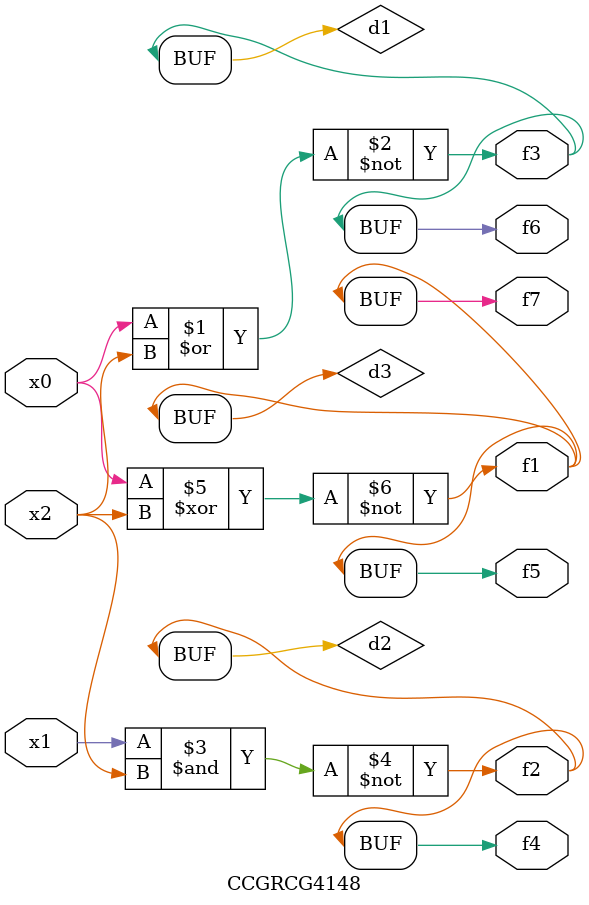
<source format=v>
module CCGRCG4148(
	input x0, x1, x2,
	output f1, f2, f3, f4, f5, f6, f7
);

	wire d1, d2, d3;

	nor (d1, x0, x2);
	nand (d2, x1, x2);
	xnor (d3, x0, x2);
	assign f1 = d3;
	assign f2 = d2;
	assign f3 = d1;
	assign f4 = d2;
	assign f5 = d3;
	assign f6 = d1;
	assign f7 = d3;
endmodule

</source>
